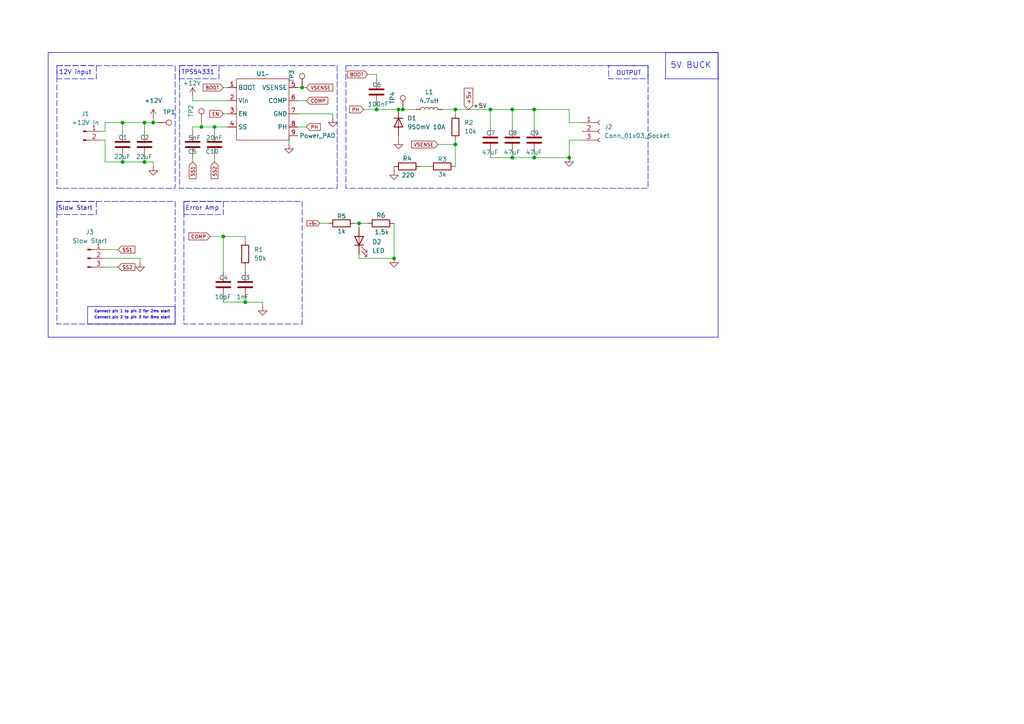
<source format=kicad_sch>
(kicad_sch (version 20250114) (generator "eeschema") (generator_version "9.0")
  (paper "A4")
  (lib_symbols
    (symbol "Connector:Conn_01x02_Pin" (pin_names (offset 1.016) (hide yes))
      (property "Reference" "J" (at 0 2.54 0))
      (property "Value" "Conn_01x02_Pin" (at 0 -5.08 0))
      (symbol "Conn_01x02_Pin_1_1"
        (rectangle (start 0.8636 0.127) (end 0 -0.127) (stroke (width 0.1524)) (fill (type outline)))
        (rectangle (start 0.8636 -2.413) (end 0 -2.667) (stroke (width 0.1524)) (fill (type outline)))
        (polyline (pts (xy 1.27 0) (xy 0.8636 0)) (stroke (width 0.1524)))
        (polyline (pts (xy 1.27 -2.54) (xy 0.8636 -2.54)) (stroke (width 0.1524)))
        (pin passive line (at 5.08 0 180) (length 3.81) (name "Pin_1") (number "1"))
        (pin passive line (at 5.08 -2.54 180) (length 3.81) (name "Pin_2") (number "2"))
      )
    )
    (symbol "Connector:Conn_01x03_Pin" (pin_names (offset 1.016) (hide yes))
      (property "Reference" "J" (at 0 5.08 0))
      (property "Value" "Conn_01x03_Pin" (at 0 -5.08 0))
      (symbol "Conn_01x03_Pin_1_1"
        (rectangle (start 0.8636 2.667) (end 0 2.413) (stroke (width 0.1524)) (fill (type outline)))
        (rectangle (start 0.8636 0.127) (end 0 -0.127) (stroke (width 0.1524)) (fill (type outline)))
        (rectangle (start 0.8636 -2.413) (end 0 -2.667) (stroke (width 0.1524)) (fill (type outline)))
        (polyline (pts (xy 1.27 2.54) (xy 0.8636 2.54)) (stroke (width 0.1524)))
        (polyline (pts (xy 1.27 0) (xy 0.8636 0)) (stroke (width 0.1524)))
        (polyline (pts (xy 1.27 -2.54) (xy 0.8636 -2.54)) (stroke (width 0.1524)))
        (pin passive line (at 5.08 2.54 180) (length 3.81) (name "Pin_1") (number "1"))
        (pin passive line (at 5.08 0 180) (length 3.81) (name "Pin_2") (number "2"))
        (pin passive line (at 5.08 -2.54 180) (length 3.81) (name "Pin_3") (number "3"))
      )
    )
    (symbol "Connector:Conn_01x03_Socket" (pin_names (offset 1.016) (hide yes))
      (property "Reference" "J" (at 0 5.08 0))
      (property "Value" "Conn_01x03_Socket" (at 0 -5.08 0))
      (symbol "Conn_01x03_Socket_1_1"
        (polyline (pts (xy -1.27 2.54) (xy -0.508 2.54)) (stroke (width 0.1524)))
        (polyline (pts (xy -1.27 0) (xy -0.508 0)) (stroke (width 0.1524)))
        (polyline (pts (xy -1.27 -2.54) (xy -0.508 -2.54)) (stroke (width 0.1524)))
        (arc (start 0 2.032) (mid -0.5058 2.54) (end 0 3.048) (stroke (width 0.1524)))
        (arc (start 0 -0.508) (mid -0.5058 0) (end 0 0.508) (stroke (width 0.1524)))
        (arc (start 0 -3.048) (mid -0.5058 -2.54) (end 0 -2.032) (stroke (width 0.1524)))
        (pin passive line (at -5.08 2.54 0) (length 3.81) (name "Pin_1") (number "1"))
        (pin passive line (at -5.08 0 0) (length 3.81) (name "Pin_2") (number "2"))
        (pin passive line (at -5.08 -2.54 0) (length 3.81) (name "Pin_3") (number "3"))
      )
    )
    (symbol "Connector:TestPoint" (pin_numbers (hide yes)) (pin_names (offset 0.762) (hide yes))
      (property "Reference" "TP" (at 0 6.858 0))
      (property "Value" "TestPoint" (at 0 5.08 0))
      (symbol "TestPoint_0_1"
        (circle (center 0 3.302) (radius 0.762))
      )
      (symbol "TestPoint_1_1"
        (pin passive line (at 0 0 90) (length 2.54) (name "1") (number "1"))
      )
    )
    (symbol "Device:C" (pin_numbers (hide yes)) (pin_names (offset 0.254))
      (property "Reference" "C" (at 0.635 2.54 0))
      (property "Value" "C" (at 0.635 -2.54 0))
      (symbol "C_0_1"
        (polyline (pts (xy -2.032 0.762) (xy 2.032 0.762)) (stroke (width 0.508)))
        (polyline (pts (xy -2.032 -0.762) (xy 2.032 -0.762)) (stroke (width 0.508)))
      )
      (symbol "C_1_1"
        (pin passive line (at 0 3.81 270) (length 2.794) (name "~") (number "1"))
        (pin passive line (at 0 -3.81 90) (length 2.794) (name "~") (number "2"))
      )
    )
    (symbol "Device:D" (pin_numbers (hide yes)) (pin_names (offset 1.016) (hide yes))
      (property "Reference" "D" (at 0 2.54 0))
      (property "Value" "D" (at 0 -2.54 0))
      (symbol "D_0_1"
        (polyline (pts (xy -1.27 1.27) (xy -1.27 -1.27)) (stroke (width 0.254)))
        (polyline (pts (xy 1.27 1.27) (xy 1.27 -1.27) (xy -1.27 0) (xy 1.27 1.27)) (stroke (width 0.254)))
        (polyline (pts (xy 1.27 0) (xy -1.27 0)))
      )
      (symbol "D_1_1"
        (pin passive line (at -3.81 0 0) (length 2.54) (name "K") (number "1"))
        (pin passive line (at 3.81 0 180) (length 2.54) (name "A") (number "2"))
      )
    )
    (symbol "Device:L" (pin_numbers (hide yes)) (pin_names (offset 1.016) (hide yes))
      (property "Reference" "L" (at -1.27 0 90))
      (property "Value" "L" (at 1.905 0 90))
      (symbol "L_0_1"
        (arc (start 0 2.54) (mid 0.6323 1.905) (end 0 1.27))
        (arc (start 0 1.27) (mid 0.6323 0.635) (end 0 0))
        (arc (start 0 0) (mid 0.6323 -0.635) (end 0 -1.27))
        (arc (start 0 -1.27) (mid 0.6323 -1.905) (end 0 -2.54))
      )
      (symbol "L_1_1"
        (pin passive line (at 0 3.81 270) (length 1.27) (name "1") (number "1"))
        (pin passive line (at 0 -3.81 90) (length 1.27) (name "2") (number "2"))
      )
    )
    (symbol "Device:LED" (pin_numbers (hide yes)) (pin_names (offset 1.016) (hide yes))
      (property "Reference" "D" (at 0 2.54 0))
      (property "Value" "LED" (at 0 -2.54 0))
      (symbol "LED_0_1"
        (polyline (pts (xy -3.048 -0.762) (xy -4.572 -2.286) (xy -3.81 -2.286) (xy -4.572 -2.286) (xy -4.572 -1.524)))
        (polyline (pts (xy -1.778 -0.762) (xy -3.302 -2.286) (xy -2.54 -2.286) (xy -3.302 -2.286) (xy -3.302 -1.524)))
        (polyline (pts (xy -1.27 0) (xy 1.27 0)))
        (polyline (pts (xy -1.27 -1.27) (xy -1.27 1.27)) (stroke (width 0.254)))
        (polyline (pts (xy 1.27 -1.27) (xy 1.27 1.27) (xy -1.27 0) (xy 1.27 -1.27)) (stroke (width 0.254)))
      )
      (symbol "LED_1_1"
        (pin passive line (at -3.81 0 0) (length 2.54) (name "K") (number "1"))
        (pin passive line (at 3.81 0 180) (length 2.54) (name "A") (number "2"))
      )
    )
    (symbol "Device:R" (pin_numbers (hide yes)) (pin_names (offset 0))
      (property "Reference" "R" (at 2.032 0 90))
      (property "Value" "R" (at 0 0 90))
      (symbol "R_0_1"
        (rectangle (start -1.016 -2.54) (end 1.016 2.54) (stroke (width 0.254)))
      )
      (symbol "R_1_1"
        (pin passive line (at 0 3.81 270) (length 1.27) (name "~") (number "1"))
        (pin passive line (at 0 -3.81 90) (length 1.27) (name "~") (number "2"))
      )
    )
    (symbol "TPS54531:TPS54531"
      (property "Reference" "U" (at 4.064 -0.254 0))
      (symbol "TPS54531_1_1"
        (rectangle (start -3.81 -1.27) (end 11.43 -19.05))
        (pin input line (at -6.35 -3.81 0) (length 2.54) (name "BOOT") (number "1"))
        (pin input line (at -6.35 -7.62 0) (length 2.54) (name "Vin") (number "2"))
        (pin input line (at -6.35 -11.43 0) (length 2.54) (name "EN") (number "3"))
        (pin input line (at -6.35 -15.24 0) (length 2.54) (name "SS") (number "4"))
        (pin input line (at 11.43 -17.78 0) (length 2.54) (name "Power_PAD") (number "9"))
        (pin input line (at 13.97 -3.81 180) (length 2.54) (name "VSENSE") (number "5"))
        (pin input line (at 13.97 -7.62 180) (length 2.54) (name "COMP") (number "6"))
        (pin input line (at 13.97 -11.43 180) (length 2.54) (name "GND") (number "7"))
        (pin input line (at 13.97 -15.24 180) (length 2.54) (name "PH") (number "8"))
      )
    )
    (symbol "power:+12V" (power) (pin_numbers (hide yes)) (pin_names (offset 0) (hide yes))
      (property "Value" "+12V" (at 0 3.556 0))
      (symbol "+12V_0_1"
        (polyline (pts (xy -0.762 1.27) (xy 0 2.54)))
        (polyline (pts (xy 0 2.54) (xy 0.762 1.27)))
        (polyline (pts (xy 0 0) (xy 0 2.54)))
      )
      (symbol "+12V_1_1"
        (pin power_in line (at 0 0 90) (length 0) (name "~") (number "1"))
      )
    )
    (symbol "power:GND" (power) (pin_numbers (hide yes)) (pin_names (offset 0) (hide yes))
      (property "Value" "GND" (at 0 -3.81 0))
      (symbol "GND_0_1"
        (polyline (pts (xy 0 0) (xy 0 -1.27) (xy 1.27 -1.27) (xy 0 -2.54) (xy -1.27 -1.27) (xy 0 -1.27)))
      )
      (symbol "GND_1_1"
        (pin power_in line (at 0 0 270) (length 0) (name "~") (number "1"))
      )
    )
  )
  (rectangle (start 52.07 19.05) (end 97.79 54.61) (stroke (width 0) (type dash)))
  (rectangle (start 16.51 58.42) (end 27.94 62.23) (stroke (width 0) (type dash)))
  (rectangle (start 53.34 58.42) (end 87.63 93.98) (stroke (width 0) (type dash)))
  (rectangle (start 193.04 15.24) (end 208.28 22.86))
  (rectangle (start 16.51 19.05) (end 50.8 54.61) (stroke (width 0) (type dash)))
  (rectangle (start 53.34 58.42) (end 64.77 62.23) (stroke (width 0) (type dash)))
  (rectangle (start 13.97 15.24) (end 208.28 97.79))
  (rectangle (start 16.51 58.42) (end 50.8 93.98) (stroke (width 0) (type dash)))
  (rectangle (start 16.51 19.05) (end 27.94 22.86) (stroke (width 0) (type dash)))
  (rectangle (start 25.4 88.9) (end 50.8 93.98))
  (rectangle (start 176.53 19.05) (end 187.96 22.86) (stroke (width 0) (type dash)))
  (rectangle (start 52.07 19.05) (end 63.5 22.86) (stroke (width 0) (type dash)))
  (rectangle (start 100.33 19.05) (end 187.96 54.61) (stroke (width 0) (type dash)))
  (text "12V input\n" (at 21.844 21.082 0) (effects (font (size 1.27 1.27))))
  (text "Connect pin 2 to pin 3 for 8ms start" (at 38.354 92.202 0) (effects (font (size 0.762 0.762))))
  (text "Error Amp\n" (at 58.674 60.452 0) (effects (font (size 1.27 1.27))))
  (text "OUTPUT\n" (at 182.372 21.336 0) (effects (font (size 1.27 1.27))))
  (text "Slow Start\n" (at 21.844 60.452 0) (effects (font (size 1.27 1.27))))
  (text "TPS54331\n" (at 57.404 21.082 0) (effects (font (size 1.27 1.27))))
  (text "Connect pin 1 to pin 2 for 2ms start" (at 38.354 90.424 0) (effects (font (size 0.762 0.762))))
  (text "5V BUCK\n" (at 200.406 19.05 0) (effects (font (size 1.778 1.778))))
  (junction (at 115.57 31.75))
  (junction (at 58.42 36.83))
  (junction (at 71.12 87.63))
  (junction (at 44.45 35.56))
  (junction (at 41.91 35.56))
  (junction (at 41.91 46.99))
  (junction (at 35.56 35.56))
  (junction (at 62.23 36.83))
  (junction (at 148.59 31.75))
  (junction (at 109.22 31.75))
  (junction (at 35.56 46.99))
  (junction (at 148.59 45.72))
  (junction (at 116.84 31.75))
  (junction (at 64.77 68.58))
  (junction (at 154.94 45.72))
  (junction (at 132.08 31.75))
  (junction (at 154.94 31.75))
  (junction (at 142.24 31.75))
  (junction (at 165.1 45.72))
  (junction (at 114.3 74.93))
  (junction (at 132.08 41.91))
  (junction (at 87.63 25.4))
  (junction (at 104.14 64.77))
  (wire (pts (xy 71.12 87.63) (xy 76.2 87.63)))
  (wire (pts (xy 29.21 40.64) (xy 30.48 40.64)))
  (wire (pts (xy 30.48 46.99) (xy 30.48 40.64)))
  (wire (pts (xy 35.56 35.56) (xy 41.91 35.56)))
  (wire (pts (xy 86.36 25.4) (xy 87.63 25.4)))
  (wire (pts (xy 96.52 33.02) (xy 96.52 34.29)))
  (wire (pts (xy 92.71 64.77) (xy 95.25 64.77)))
  (wire (pts (xy 30.48 35.56) (xy 35.56 35.56)))
  (wire (pts (xy 105.41 31.75) (xy 109.22 31.75)))
  (wire (pts (xy 40.64 74.93) (xy 40.64 76.2)))
  (wire (pts (xy 109.22 21.59) (xy 109.22 22.86)))
  (wire (pts (xy 35.56 35.56) (xy 35.56 38.1)))
  (wire (pts (xy 62.23 36.83) (xy 62.23 38.1)))
  (wire (pts (xy 128.27 31.75) (xy 132.08 31.75)))
  (wire (pts (xy 86.36 36.83) (xy 88.9 36.83)))
  (wire (pts (xy 165.1 31.75) (xy 165.1 35.56)))
  (wire (pts (xy 35.56 45.72) (xy 35.56 46.99)))
  (wire (pts (xy 154.94 31.75) (xy 165.1 31.75)))
  (wire (pts (xy 148.59 31.75) (xy 154.94 31.75)))
  (wire (pts (xy 71.12 68.58) (xy 71.12 69.85)))
  (wire (pts (xy 66.04 29.21) (xy 55.88 29.21)))
  (wire (pts (xy 64.77 86.36) (xy 64.77 87.63)))
  (wire (pts (xy 165.1 45.72) (xy 165.1 40.64)))
  (wire (pts (xy 148.59 45.72) (xy 154.94 45.72)))
  (wire (pts (xy 64.77 87.63) (xy 71.12 87.63)))
  (wire (pts (xy 154.94 31.75) (xy 154.94 36.83)))
  (wire (pts (xy 55.88 36.83) (xy 58.42 36.83)))
  (wire (pts (xy 116.84 31.75) (xy 120.65 31.75)))
  (wire (pts (xy 142.24 45.72) (xy 148.59 45.72)))
  (wire (pts (xy 44.45 35.56) (xy 45.72 35.56)))
  (wire (pts (xy 106.68 21.59) (xy 109.22 21.59)))
  (wire (pts (xy 86.36 33.02) (xy 96.52 33.02)))
  (wire (pts (xy 115.57 39.37) (xy 115.57 40.64)))
  (wire (pts (xy 60.96 68.58) (xy 64.77 68.58)))
  (wire (pts (xy 165.1 35.56) (xy 168.91 35.56)))
  (wire (pts (xy 30.48 38.1) (xy 30.48 35.56)))
  (wire (pts (xy 148.59 31.75) (xy 148.59 36.83)))
  (wire (pts (xy 104.14 73.66) (xy 104.14 74.93)))
  (wire (pts (xy 102.87 64.77) (xy 104.14 64.77)))
  (wire (pts (xy 41.91 35.56) (xy 44.45 35.56)))
  (wire (pts (xy 142.24 31.75) (xy 148.59 31.75)))
  (wire (pts (xy 71.12 87.63) (xy 71.12 86.36)))
  (wire (pts (xy 30.48 72.39) (xy 34.29 72.39)))
  (wire (pts (xy 58.42 36.83) (xy 62.23 36.83)))
  (wire (pts (xy 154.94 45.72) (xy 165.1 45.72)))
  (wire (pts (xy 30.48 77.47) (xy 34.29 77.47)))
  (wire (pts (xy 87.63 25.4) (xy 88.9 25.4)))
  (wire (pts (xy 29.21 38.1) (xy 30.48 38.1)))
  (wire (pts (xy 142.24 44.45) (xy 142.24 45.72)))
  (wire (pts (xy 109.22 31.75) (xy 109.22 30.48)))
  (wire (pts (xy 35.56 46.99) (xy 41.91 46.99)))
  (wire (pts (xy 132.08 40.64) (xy 132.08 41.91)))
  (wire (pts (xy 76.2 87.63) (xy 76.2 88.9)))
  (wire (pts (xy 64.77 68.58) (xy 71.12 68.58)))
  (wire (pts (xy 30.48 74.93) (xy 40.64 74.93)))
  (wire (pts (xy 127 41.91) (xy 132.08 41.91)))
  (wire (pts (xy 44.45 34.29) (xy 44.45 35.56)))
  (wire (pts (xy 62.23 45.72) (xy 62.23 46.99)))
  (wire (pts (xy 104.14 64.77) (xy 106.68 64.77)))
  (wire (pts (xy 132.08 31.75) (xy 142.24 31.75)))
  (wire (pts (xy 41.91 45.72) (xy 41.91 46.99)))
  (wire (pts (xy 121.92 48.26) (xy 124.46 48.26)))
  (wire (pts (xy 30.48 46.99) (xy 35.56 46.99)))
  (wire (pts (xy 64.77 68.58) (xy 64.77 78.74)))
  (wire (pts (xy 148.59 44.45) (xy 148.59 45.72)))
  (wire (pts (xy 58.42 35.56) (xy 58.42 36.83)))
  (wire (pts (xy 154.94 44.45) (xy 154.94 45.72)))
  (wire (pts (xy 66.04 25.4) (xy 64.77 25.4)))
  (wire (pts (xy 104.14 74.93) (xy 114.3 74.93)))
  (wire (pts (xy 132.08 31.75) (xy 132.08 33.02)))
  (wire (pts (xy 44.45 46.99) (xy 44.45 48.26)))
  (wire (pts (xy 55.88 29.21) (xy 55.88 27.94)))
  (wire (pts (xy 86.36 29.21) (xy 88.9 29.21)))
  (wire (pts (xy 41.91 46.99) (xy 44.45 46.99)))
  (wire (pts (xy 55.88 45.72) (xy 55.88 46.99)))
  (wire (pts (xy 55.88 36.83) (xy 55.88 38.1)))
  (wire (pts (xy 114.3 48.26) (xy 114.3 49.53)))
  (wire (pts (xy 115.57 31.75) (xy 116.84 31.75)))
  (wire (pts (xy 114.3 64.77) (xy 114.3 74.93)))
  (wire (pts (xy 109.22 31.75) (xy 115.57 31.75)))
  (wire (pts (xy 142.24 31.75) (xy 142.24 36.83)))
  (wire (pts (xy 132.08 41.91) (xy 132.08 48.26)))
  (wire (pts (xy 62.23 36.83) (xy 66.04 36.83)))
  (wire (pts (xy 64.77 33.02) (xy 66.04 33.02)))
  (wire (pts (xy 41.91 35.56) (xy 41.91 38.1)))
  (wire (pts (xy 83.82 39.37) (xy 83.82 41.91)))
  (wire (pts (xy 71.12 77.47) (xy 71.12 78.74)))
  (wire (pts (xy 104.14 64.77) (xy 104.14 66.04)))
  (wire (pts (xy 165.1 40.64) (xy 168.91 40.64)))
  (label "+5V" (at 137.16 31.75 0))
  (global_label "+5v" (shape input) (at 135.89 31.75 90) (property "Intersheetrefs" "${INTERSHEET_REFS}" (effects (hide yes))))
  (global_label "VSENSE" (shape input) (at 88.9 25.4 0) (effects (font (size 1.016 1.016))) (property "Intersheetrefs" "${INTERSHEET_REFS}" (effects (hide yes))))
  (global_label "BOOT" (shape input) (at 64.77 25.4 180) (effects (font (size 1.016 1.016))) (property "Intersheetrefs" "${INTERSHEET_REFS}" (effects (hide yes))))
  (global_label "PH" (shape input) (at 88.9 36.83 0) (effects (font (size 1.016 1.016))) (property "Intersheetrefs" "${INTERSHEET_REFS}" (effects (hide yes))))
  (global_label "SS2" (shape input) (at 62.23 46.99 270) (effects (font (size 1.016 1.016))) (property "Intersheetrefs" "${INTERSHEET_REFS}" (effects (hide yes))))
  (global_label "SS2" (shape input) (at 34.29 77.47 0) (effects (font (size 1.016 1.016))) (property "Intersheetrefs" "${INTERSHEET_REFS}" (effects (hide yes))))
  (global_label "SS1" (shape input) (at 34.29 72.39 0) (effects (font (size 1.016 1.016))) (property "Intersheetrefs" "${INTERSHEET_REFS}" (effects (hide yes))))
  (global_label "COMP" (shape input) (at 88.9 29.21 0) (effects (font (size 1.016 1.016))) (property "Intersheetrefs" "${INTERSHEET_REFS}" (effects (hide yes))))
  (global_label "PH" (shape input) (at 105.41 31.75 180) (effects (font (size 1.016 1.016))) (property "Intersheetrefs" "${INTERSHEET_REFS}" (effects (hide yes))))
  (global_label "COMP" (shape input) (at 60.96 68.58 180) (effects (font (size 1.016 1.016))) (property "Intersheetrefs" "${INTERSHEET_REFS}" (effects (hide yes))))
  (global_label "EN" (shape input) (at 64.77 33.02 180) (effects (font (size 1.016 1.016))) (property "Intersheetrefs" "${INTERSHEET_REFS}" (effects (hide yes))))
  (global_label "+5v" (shape input) (at 92.71 64.77 180) (effects (font (size 0.762 0.762))) (property "Intersheetrefs" "${INTERSHEET_REFS}" (effects (hide yes))))
  (global_label "VSENSE" (shape input) (at 127 41.91 180) (effects (font (size 1.016 1.016))) (property "Intersheetrefs" "${INTERSHEET_REFS}" (effects (hide yes))))
  (global_label "BOOT" (shape input) (at 106.68 21.59 180) (effects (font (size 1.016 1.016))) (property "Intersheetrefs" "${INTERSHEET_REFS}" (effects (hide yes))))
  (global_label "SS1" (shape input) (at 55.88 46.99 270) (effects (font (size 1.016 1.016))) (property "Intersheetrefs" "${INTERSHEET_REFS}" (effects (hide yes))))
  (symbol (lib_id "Device:C") (at 142.24 40.64 0) (unit 1)
    (property "Reference" "C7" (at 140.97 38.608 0) (effects (justify left)))
    (property "Value" "47uF" (at 139.7 44.196 0) (effects (justify left)))
    (property "Footprint" "Capacitor_SMD:C_0603_1608Metric" (effects (hide yes)))
    (property "Description" "Unpolarized capacitor" (effects (hide yes)))
  )
  (symbol (lib_id "Device:C") (at 55.88 41.91 180) (unit 1)
    (property "Reference" "C5" (at 57.15 43.942 0) (effects (justify left)))
    (property "Value" "5nF" (at 58.2424 39.9937 0) (effects (justify left)))
    (property "Footprint" "Capacitor_SMD:C_0603_1608Metric" (effects (hide yes)))
    (property "Description" "Unpolarized capacitor" (effects (hide yes)))
  )
  (symbol (lib_id "Device:C") (at 62.23 41.91 180) (unit 1)
    (property "Reference" "C10" (at 63.5 43.942 0) (effects (justify left)))
    (property "Value" "20nF" (at 64.5924 39.9937 0) (effects (justify left)))
    (property "Footprint" "Capacitor_SMD:C_0603_1608Metric" (effects (hide yes)))
    (property "Description" "Unpolarized capacitor" (effects (hide yes)))
  )
  (symbol (lib_id "Device:R") (at 132.08 36.83 0) (unit 1)
    (property "Reference" "R2" (at 134.62 35.5599 0) (effects (justify left)))
    (property "Value" "10k" (at 134.62 38.0999 0) (effects (justify left)))
    (property "Footprint" "Resistor_SMD:R_0603_1608Metric" (effects (hide yes)))
    (property "Description" "Resistor" (effects (hide yes)))
  )
  (symbol (lib_id "Connector:Conn_01x03_Pin") (at 25.4 74.93 0) (unit 1)
    (property "Reference" "J3" (at 26.035 67.31 0))
    (property "Value" "Slow Start" (at 26.035 69.85 0))
    (property "Footprint" "Connector_PinHeader_2.54mm:PinHeader_1x03_P2.54mm_Vertical" (effects (hide yes)))
    (property "Description" "Generic connector, single row, 01x03, script generated" (effects (hide yes)))
  )
  (symbol (lib_id "Device:R") (at 71.12 73.66 0) (unit 1)
    (property "Reference" "R1" (at 73.66 72.3899 0) (effects (justify left)))
    (property "Value" "50k" (at 73.66 74.9299 0) (effects (justify left)))
    (property "Footprint" "Resistor_SMD:R_0603_1608Metric" (effects (hide yes)))
    (property "Description" "Resistor" (effects (hide yes)))
  )
  (symbol (lib_id "Device:C") (at 148.59 40.64 0) (unit 1)
    (property "Reference" "C8" (at 147.32 38.608 0) (effects (justify left)))
    (property "Value" "47uF" (at 146.05 44.196 0) (effects (justify left)))
    (property "Footprint" "Capacitor_SMD:C_0603_1608Metric" (effects (hide yes)))
    (property "Description" "Unpolarized capacitor" (effects (hide yes)))
  )
  (symbol (lib_id "power:+12V") (at 55.88 27.94 0) (unit 1)
    (property "Reference" "#PWR03" (effects (hide yes)))
    (property "Value" "+12V" (at 55.626 24.13 0))
    (property "Description" "Power symbol creates a global label with name \"+12V\"" (effects (hide yes)))
  )
  (symbol (lib_id "Connector:TestPoint") (at 87.63 25.4 0) (unit 1)
    (property "Reference" "TP3" (at 84.582 23.876 90) (effects (justify left)))
    (property "Value" "TestPoint" (effects (hide yes)))
    (property "Footprint" "TestPoint:TestPoint_Keystone_5015_Micro-Minature" (effects (hide yes)))
    (property "Description" "test point" (effects (hide yes)))
  )
  (symbol (lib_id "Connector:TestPoint") (at 45.72 35.56 270) (unit 1)
    (property "Reference" "TP1" (at 47.244 32.512 90) (effects (justify left)))
    (property "Value" "TestPoint" (effects (hide yes)))
    (property "Footprint" "TestPoint:TestPoint_Keystone_5015_Micro-Minature" (effects (hide yes)))
    (property "Description" "test point" (effects (hide yes)))
  )
  (symbol (lib_id "Device:C") (at 109.22 26.67 0) (unit 1)
    (property "Reference" "C6" (at 107.95 24.638 0) (effects (justify left)))
    (property "Value" "100nF" (at 106.68 30.226 0) (effects (justify left)))
    (property "Footprint" "Capacitor_SMD:C_0603_1608Metric" (effects (hide yes)))
    (property "Description" "Unpolarized capacitor" (effects (hide yes)))
  )
  (symbol (lib_id "power:+12V") (at 44.45 34.29 0) (unit 1)
    (property "Reference" "#PWR01" (effects (hide yes)))
    (property "Value" "+12V" (at 44.45 29.21 0))
    (property "Description" "Power symbol creates a global label with name \"+12V\"" (effects (hide yes)))
  )
  (symbol (lib_id "power:GND") (at 40.64 76.2 0) (unit 1)
    (property "Reference" "#PWR07" (effects (hide yes)))
    (property "Value" "GND" (effects (hide yes)))
    (property "Description" "Power symbol creates a global label with name \"GND\" , ground" (effects (hide yes)))
  )
  (symbol (lib_id "Device:C") (at 41.91 41.91 0) (unit 1)
    (property "Reference" "C2" (at 40.64 39.878 0) (effects (justify left)))
    (property "Value" "22uF" (at 39.37 45.466 0) (effects (justify left)))
    (property "Footprint" "Capacitor_SMD:C_1210_3225Metric" (effects (hide yes)))
    (property "Description" "Unpolarized capacitor" (effects (hide yes)))
  )
  (symbol (lib_id "power:GND") (at 115.57 40.64 0) (unit 1)
    (property "Reference" "#PWR08" (effects (hide yes)))
    (property "Value" "GND" (effects (hide yes)))
    (property "Description" "Power symbol creates a global label with name \"GND\" , ground" (effects (hide yes)))
  )
  (symbol (lib_id "Device:C") (at 71.12 82.55 0) (unit 1)
    (property "Reference" "C3" (at 69.85 80.518 0) (effects (justify left)))
    (property "Value" "1nF" (at 68.58 86.106 0) (effects (justify left)))
    (property "Footprint" "Capacitor_SMD:C_0603_1608Metric" (effects (hide yes)))
    (property "Description" "Unpolarized capacitor" (effects (hide yes)))
  )
  (symbol (lib_id "Device:R") (at 118.11 48.26 270) (unit 1)
    (property "Reference" "R4" (at 118.11 45.974 90))
    (property "Value" "220" (at 118.364 50.8 90))
    (property "Footprint" "Resistor_SMD:R_0603_1608Metric" (effects (hide yes)))
    (property "Description" "Resistor" (effects (hide yes)))
  )
  (symbol (lib_id "Device:LED") (at 104.14 69.85 90) (unit 1)
    (property "Reference" "D2" (at 107.95 70.1674 90) (effects (justify right)))
    (property "Value" "LED" (at 107.95 72.7074 90) (effects (justify right)))
    (property "Footprint" "LED_SMD:LED_0603_1608Metric_Pad1.05x0.95mm_HandSolder" (effects (hide yes)))
    (property "Description" "Light emitting diode" (effects (hide yes)))
    (property "Sim.Pins" "1=K 2=A" (effects (hide yes)))
  )
  (symbol (lib_id "Device:D") (at 115.57 35.56 270) (unit 1)
    (property "Reference" "D1" (at 118.11 34.2899 90) (effects (justify left)))
    (property "Value" "950mV 10A" (at 118.11 36.8299 90) (effects (justify left)))
    (property "Footprint" "Package_TO_SOT_THT:TO-251-2_Vertical" (effects (hide yes)))
    (property "Description" "Diode" (effects (hide yes)))
    (property "Sim.Device" "D" (effects (hide yes)))
    (property "Sim.Pins" "1=K 2=A" (effects (hide yes)))
  )
  (symbol (lib_id "Device:R") (at 110.49 64.77 270) (unit 1)
    (property "Reference" "R6" (at 110.49 62.484 90))
    (property "Value" "1.5k" (at 110.744 67.31 90))
    (property "Footprint" "Resistor_SMD:R_0603_1608Metric" (effects (hide yes)))
    (property "Description" "Resistor" (effects (hide yes)))
  )
  (symbol (lib_id "power:GND") (at 96.52 34.29 0) (unit 1)
    (property "Reference" "#PWR05" (effects (hide yes)))
    (property "Value" "GND" (effects (hide yes)))
    (property "Description" "Power symbol creates a global label with name \"GND\" , ground" (effects (hide yes)))
  )
  (symbol (lib_id "power:GND") (at 76.2 88.9 0) (unit 1)
    (property "Reference" "#PWR04" (effects (hide yes)))
    (property "Value" "GND" (effects (hide yes)))
    (property "Description" "Power symbol creates a global label with name \"GND\" , ground" (effects (hide yes)))
  )
  (symbol (lib_id "power:GND") (at 44.45 48.26 0) (unit 1)
    (property "Reference" "#PWR02" (effects (hide yes)))
    (property "Value" "GND" (effects (hide yes)))
    (property "Description" "Power symbol creates a global label with name \"GND\" , ground" (effects (hide yes)))
  )
  (symbol (lib_id "power:GND") (at 165.1 45.72 0) (unit 1)
    (property "Reference" "#PWR010" (effects (hide yes)))
    (property "Value" "GND" (effects (hide yes)))
    (property "Description" "Power symbol creates a global label with name \"GND\" , ground" (effects (hide yes)))
  )
  (symbol (lib_id "Device:L") (at 124.46 31.75 90) (unit 1)
    (property "Reference" "L1" (at 124.46 26.67 90))
    (property "Value" "4.7uH" (at 124.46 29.21 90))
    (property "Footprint" "Inductor_SMD:L_Coilcraft_MSS1278T-XXX" (effects (hide yes)))
    (property "Description" "Inductor" (effects (hide yes)))
  )
  (symbol (lib_id "Device:R") (at 128.27 48.26 90) (unit 1)
    (property "Reference" "R3" (at 128.27 46.228 90))
    (property "Value" "3k" (at 128.27 50.546 90))
    (property "Footprint" "Resistor_SMD:R_0603_1608Metric" (effects (hide yes)))
    (property "Description" "Resistor" (effects (hide yes)))
  )
  (symbol (lib_id "Connector:TestPoint") (at 58.42 35.56 0) (unit 1)
    (property "Reference" "TP2" (at 55.372 34.036 90) (effects (justify left)))
    (property "Value" "TestPoint" (effects (hide yes)))
    (property "Footprint" "TestPoint:TestPoint_Keystone_5015_Micro-Minature" (effects (hide yes)))
    (property "Description" "test point" (effects (hide yes)))
  )
  (symbol (lib_id "Device:R") (at 99.06 64.77 90) (unit 1)
    (property "Reference" "R5" (at 99.06 62.738 90))
    (property "Value" "1k" (at 99.06 67.056 90))
    (property "Footprint" "Resistor_SMD:R_0603_1608Metric" (effects (hide yes)))
    (property "Description" "Resistor" (effects (hide yes)))
  )
  (symbol (lib_id "power:GND") (at 114.3 74.93 0) (unit 1)
    (property "Reference" "#PWR011" (effects (hide yes)))
    (property "Value" "GND" (effects (hide yes)))
    (property "Description" "Power symbol creates a global label with name \"GND\" , ground" (effects (hide yes)))
  )
  (symbol (lib_id "power:GND") (at 114.3 49.53 0) (unit 1)
    (property "Reference" "#PWR09" (effects (hide yes)))
    (property "Value" "GND" (effects (hide yes)))
    (property "Description" "Power symbol creates a global label with name \"GND\" , ground" (effects (hide yes)))
  )
  (symbol (lib_id "Device:C") (at 154.94 40.64 0) (unit 1)
    (property "Reference" "C9" (at 153.67 38.608 0) (effects (justify left)))
    (property "Value" "47uF" (at 152.4 44.196 0) (effects (justify left)))
    (property "Footprint" "Capacitor_SMD:C_0603_1608Metric" (effects (hide yes)))
    (property "Description" "Unpolarized capacitor" (effects (hide yes)))
  )
  (symbol (lib_id "Connector:Conn_01x02_Pin") (at 24.13 38.1 0) (unit 1)
    (property "Reference" "J1" (at 24.765 33.02 0))
    (property "Value" "+12V In" (at 24.765 35.56 0))
    (property "Footprint" "Connector_JST:JST_EH_B2B-EH-A_1x02_P2.50mm_Vertical" (effects (hide yes)))
    (property "Description" "Generic connector, single row, 01x02, script generated" (effects (hide yes)))
  )
  (symbol (lib_id "TPS54531:TPS54531") (at 72.39 21.59 0) (unit 1)
    (property "Reference" "U1" (at 75.692 21.336 0))
    (property "Value" "~" (at 77.47 21.59 0))
    (property "Footprint" "Package_SO:TI_SO-PowerPAD-8" (effects (hide yes)))
  )
  (symbol (lib_id "Connector:TestPoint") (at 116.84 31.75 0) (unit 1)
    (property "Reference" "TP4" (at 113.792 30.226 90) (effects (justify left)))
    (property "Value" "TestPoint" (effects (hide yes)))
    (property "Footprint" "TestPoint:TestPoint_Keystone_5015_Micro-Minature" (effects (hide yes)))
    (property "Description" "test point" (effects (hide yes)))
  )
  (symbol (lib_id "Device:C") (at 64.77 82.55 0) (unit 1)
    (property "Reference" "C4" (at 63.5 80.518 0) (effects (justify left)))
    (property "Value" "10pF" (at 62.23 86.106 0) (effects (justify left)))
    (property "Footprint" "Capacitor_SMD:C_0603_1608Metric" (effects (hide yes)))
    (property "Description" "Unpolarized capacitor" (effects (hide yes)))
  )
  (symbol (lib_id "Device:C") (at 35.56 41.91 0) (unit 1)
    (property "Reference" "C1" (at 34.29 39.878 0) (effects (justify left)))
    (property "Value" "22uF" (at 33.02 45.466 0) (effects (justify left)))
    (property "Footprint" "Capacitor_SMD:C_1210_3225Metric" (effects (hide yes)))
    (property "Description" "Unpolarized capacitor" (effects (hide yes)))
  )
  (symbol (lib_id "Connector:Conn_01x03_Socket") (at 173.99 38.1 0) (unit 1)
    (property "Reference" "J2" (at 175.26 36.8299 0) (effects (justify left)))
    (property "Value" "Conn_01x03_Socket" (at 175.26 39.3699 0) (effects (justify left)))
    (property "Footprint" "Connector_JST:JST_EH_B3B-EH-A_1x03_P2.50mm_Vertical" (effects (hide yes)))
    (property "Description" "Generic connector, single row, 01x03, script generated" (effects (hide yes)))
  )
  (symbol (lib_id "power:GND") (at 83.82 41.91 0) (unit 1)
    (property "Reference" "#PWR06" (effects (hide yes)))
    (property "Value" "GND" (effects (hide yes)))
    (property "Description" "Power symbol creates a global label with name \"GND\" , ground" (effects (hide yes)))
  )
)
</source>
